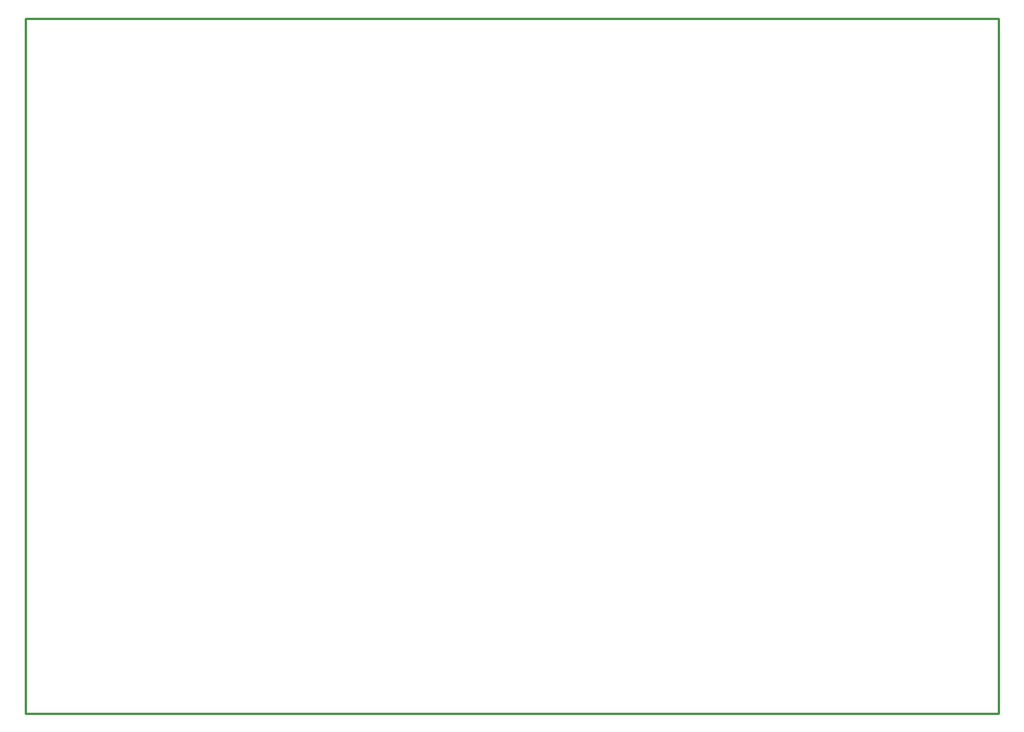
<source format=gko>
G04 Layer: BoardOutlineLayer*
G04 EasyEDA v6.5.46, 2024-09-03 21:34:31*
G04 a3a5ef0e5d234bae984b2533349a5239,230d3d8e61244ae18bc76ebd04fb3888,10*
G04 Gerber Generator version 0.2*
G04 Scale: 100 percent, Rotated: No, Reflected: No *
G04 Dimensions in millimeters *
G04 leading zeros omitted , absolute positions ,4 integer and 5 decimal *
%FSLAX45Y45*%
%MOMM*%

%ADD10C,0.2540*%
D10*
X700023Y8400034D02*
G01*
X700023Y8801100D01*
X11366500Y8801100D01*
X11366500Y1181100D01*
X700023Y1181100D01*
X700023Y8400034D01*

%LPD*%
M02*

</source>
